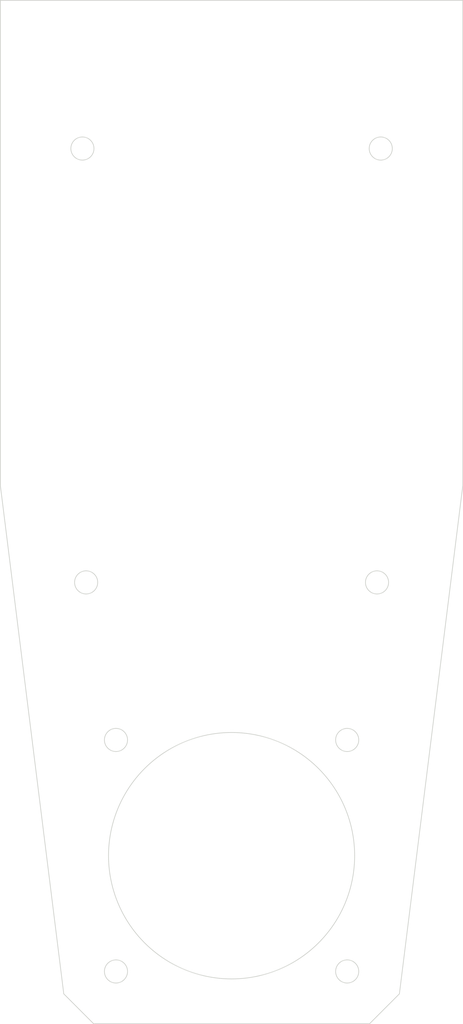
<source format=kicad_pcb>
(kicad_pcb
	(version 20240108)
	(generator "pcbnew")
	(generator_version "8.0")
	(general
		(thickness 1.6)
		(legacy_teardrops no)
	)
	(paper "A4")
	(layers
		(0 "F.Cu" signal)
		(31 "B.Cu" signal)
		(32 "B.Adhes" user "B.Adhesive")
		(33 "F.Adhes" user "F.Adhesive")
		(34 "B.Paste" user)
		(35 "F.Paste" user)
		(36 "B.SilkS" user "B.Silkscreen")
		(37 "F.SilkS" user "F.Silkscreen")
		(38 "B.Mask" user)
		(39 "F.Mask" user)
		(40 "Dwgs.User" user "User.Drawings")
		(41 "Cmts.User" user "User.Comments")
		(42 "Eco1.User" user "User.Eco1")
		(43 "Eco2.User" user "User.Eco2")
		(44 "Edge.Cuts" user)
		(45 "Margin" user)
		(46 "B.CrtYd" user "B.Courtyard")
		(47 "F.CrtYd" user "F.Courtyard")
		(48 "B.Fab" user)
		(49 "F.Fab" user)
		(50 "User.1" user)
		(51 "User.2" user)
		(52 "User.3" user)
		(53 "User.4" user)
		(54 "User.5" user)
		(55 "User.6" user)
		(56 "User.7" user)
		(57 "User.8" user)
		(58 "User.9" user)
	)
	(setup
		(pad_to_mask_clearance 0)
		(allow_soldermask_bridges_in_footprints no)
		(pcbplotparams
			(layerselection 0x00010fc_ffffffff)
			(plot_on_all_layers_selection 0x0000000_00000000)
			(disableapertmacros no)
			(usegerberextensions no)
			(usegerberattributes yes)
			(usegerberadvancedattributes yes)
			(creategerberjobfile yes)
			(dashed_line_dash_ratio 12.000000)
			(dashed_line_gap_ratio 3.000000)
			(svgprecision 4)
			(plotframeref no)
			(viasonmask no)
			(mode 1)
			(useauxorigin no)
			(hpglpennumber 1)
			(hpglpenspeed 20)
			(hpglpendiameter 15.000000)
			(pdf_front_fp_property_popups yes)
			(pdf_back_fp_property_popups yes)
			(dxfpolygonmode yes)
			(dxfimperialunits yes)
			(dxfusepcbnewfont yes)
			(psnegative no)
			(psa4output no)
			(plotreference yes)
			(plotvalue yes)
			(plotfptext yes)
			(plotinvisibletext no)
			(sketchpadsonfab no)
			(subtractmaskfromsilk no)
			(outputformat 1)
			(mirror no)
			(drillshape 0)
			(scaleselection 1)
			(outputdirectory "MFR/")
		)
	)
	(net 0 "")
	(gr_circle
		(center 65.5 125.041449)
		(end 63.95 125.041449)
		(stroke
			(width 0.1)
			(type default)
		)
		(fill none)
		(layer "Edge.Cuts")
		(uuid "0748c479-d9c9-469a-be65-b24155c11337")
	)
	(gr_line
		(start 50 26)
		(end 50 90.982898)
		(stroke
			(width 0.1)
			(type default)
		)
		(layer "Edge.Cuts")
		(uuid "1c2f892b-8a4d-49b3-b60e-f39cb3091ef3")
	)
	(gr_circle
		(center 65.5 156.041449)
		(end 63.95 156.041449)
		(stroke
			(width 0.1)
			(type default)
		)
		(fill none)
		(layer "Edge.Cuts")
		(uuid "1c84397d-28de-4c6f-9894-501ba684388b")
	)
	(gr_line
		(start 99.5 163.041449)
		(end 103.5 159.041449)
		(stroke
			(width 0.1)
			(type default)
		)
		(layer "Edge.Cuts")
		(uuid "1c94bc35-9d18-4828-8712-c6fbaa16aab5")
	)
	(gr_circle
		(center 81 140.541449)
		(end 64.5 140.541449)
		(stroke
			(width 0.1)
			(type default)
		)
		(fill none)
		(layer "Edge.Cuts")
		(uuid "2057c8f8-10a2-40fa-90ae-5e14e4348430")
	)
	(gr_line
		(start 112 90.982898)
		(end 112 26)
		(stroke
			(width 0.1)
			(type default)
		)
		(layer "Edge.Cuts")
		(uuid "364ac78b-abc5-4d22-8822-7de3be912bbe")
	)
	(gr_line
		(start 62.5 163.041449)
		(end 99.5 163.041449)
		(stroke
			(width 0.1)
			(type default)
		)
		(layer "Edge.Cuts")
		(uuid "3d7bfc6a-703d-4cce-b415-bf3c08721abc")
	)
	(gr_line
		(start 50 90.982898)
		(end 58.5 159.041449)
		(stroke
			(width 0.1)
			(type default)
		)
		(layer "Edge.Cuts")
		(uuid "422f31a6-52d5-493a-9c46-de7e37e0f8b6")
	)
	(gr_circle
		(center 100.5 103.941449)
		(end 98.95 103.941449)
		(stroke
			(width 0.1)
			(type default)
		)
		(fill none)
		(layer "Edge.Cuts")
		(uuid "440ce489-bad9-461b-872e-1c26288967b0")
	)
	(gr_line
		(start 103.5 159.041449)
		(end 112 90.982898)
		(stroke
			(width 0.1)
			(type default)
		)
		(layer "Edge.Cuts")
		(uuid "4ad6e097-36da-431f-81ed-86a7bc570272")
	)
	(gr_line
		(start 58.5 159.041449)
		(end 62.5 163.041449)
		(stroke
			(width 0.1)
			(type default)
		)
		(layer "Edge.Cuts")
		(uuid "63013495-2d9b-41e2-b8df-dee16c6c27c0")
	)
	(gr_circle
		(center 96.5 156.041449)
		(end 94.95 156.041449)
		(stroke
			(width 0.1)
			(type default)
		)
		(fill none)
		(layer "Edge.Cuts")
		(uuid "9458a591-1ed7-419b-9993-7d435c94bc7a")
	)
	(gr_circle
		(center 101 45.841454)
		(end 99.45 45.841454)
		(stroke
			(width 0.1)
			(type default)
		)
		(fill none)
		(layer "Edge.Cuts")
		(uuid "ba635840-6159-4eb7-bbad-a2ac71a9eb0c")
	)
	(gr_circle
		(center 96.5 125.041449)
		(end 94.95 125.041449)
		(stroke
			(width 0.1)
			(type default)
		)
		(fill none)
		(layer "Edge.Cuts")
		(uuid "bf692e9b-bb4b-4770-b525-ca5f3347e572")
	)
	(gr_circle
		(center 61.5 103.941449)
		(end 59.95 103.941449)
		(stroke
			(width 0.1)
			(type default)
		)
		(fill none)
		(layer "Edge.Cuts")
		(uuid "d05de4a6-503d-4a23-9cc9-d334ffa7239a")
	)
	(gr_circle
		(center 61 45.841454)
		(end 59.45 45.841454)
		(stroke
			(width 0.1)
			(type default)
		)
		(fill none)
		(layer "Edge.Cuts")
		(uuid "e988e3c0-7aa4-49bc-ac17-73efb56698ae")
	)
	(gr_line
		(start 112 26)
		(end 50 26)
		(stroke
			(width 0.1)
			(type default)
		)
		(layer "Edge.Cuts")
		(uuid "feba594e-9f98-4403-921e-fdcdd20efe87")
	)
	(group ""
		(uuid "026ebe5a-2f86-4f6f-b839-f1067259cc7a")
		(members "0748c479-d9c9-469a-be65-b24155c11337" "1c2f892b-8a4d-49b3-b60e-f39cb3091ef3"
			"1c84397d-28de-4c6f-9894-501ba684388b" "1c94bc35-9d18-4828-8712-c6fbaa16aab5"
			"2057c8f8-10a2-40fa-90ae-5e14e4348430" "364ac78b-abc5-4d22-8822-7de3be912bbe"
			"3d7bfc6a-703d-4cce-b415-bf3c08721abc" "422f31a6-52d5-493a-9c46-de7e37e0f8b6"
			"440ce489-bad9-461b-872e-1c26288967b0" "4ad6e097-36da-431f-81ed-86a7bc570272"
			"63013495-2d9b-41e2-b8df-dee16c6c27c0" "9458a591-1ed7-419b-9993-7d435c94bc7a"
			"ba635840-6159-4eb7-bbad-a2ac71a9eb0c" "bf692e9b-bb4b-4770-b525-ca5f3347e572"
			"d05de4a6-503d-4a23-9cc9-d334ffa7239a" "e988e3c0-7aa4-49bc-ac17-73efb56698ae"
			"feba594e-9f98-4403-921e-fdcdd20efe87"
		)
	)
)

</source>
